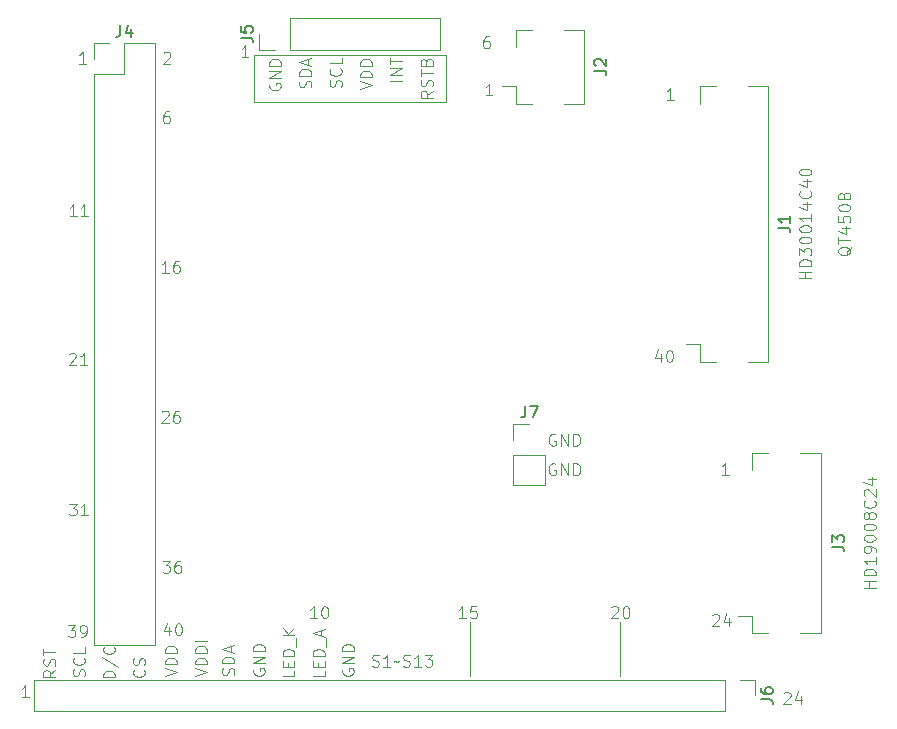
<source format=gbr>
%TF.GenerationSoftware,KiCad,Pcbnew,9.0.0-1.fc41*%
%TF.CreationDate,2025-03-28T10:43:55+08:00*%
%TF.ProjectId,st77xxlcd,73743737-7878-46c6-9364-2e6b69636164,V1.0.0*%
%TF.SameCoordinates,PX413b380PY77f8e40*%
%TF.FileFunction,Legend,Top*%
%TF.FilePolarity,Positive*%
%FSLAX46Y46*%
G04 Gerber Fmt 4.6, Leading zero omitted, Abs format (unit mm)*
G04 Created by KiCad (PCBNEW 9.0.0-1.fc41) date 2025-03-28 10:43:55*
%MOMM*%
%LPD*%
G01*
G04 APERTURE LIST*
%ADD10C,0.100000*%
%ADD11C,0.150000*%
%ADD12C,0.120000*%
G04 APERTURE END LIST*
D10*
X51450000Y3850000D02*
X51450000Y8400000D01*
X50756265Y9632343D02*
X50803884Y9679962D01*
X50803884Y9679962D02*
X50899122Y9727581D01*
X50899122Y9727581D02*
X51137217Y9727581D01*
X51137217Y9727581D02*
X51232455Y9679962D01*
X51232455Y9679962D02*
X51280074Y9632343D01*
X51280074Y9632343D02*
X51327693Y9537105D01*
X51327693Y9537105D02*
X51327693Y9441867D01*
X51327693Y9441867D02*
X51280074Y9299010D01*
X51280074Y9299010D02*
X50708646Y8727581D01*
X50708646Y8727581D02*
X51327693Y8727581D01*
X51946741Y9727581D02*
X52041979Y9727581D01*
X52041979Y9727581D02*
X52137217Y9679962D01*
X52137217Y9679962D02*
X52184836Y9632343D01*
X52184836Y9632343D02*
X52232455Y9537105D01*
X52232455Y9537105D02*
X52280074Y9346629D01*
X52280074Y9346629D02*
X52280074Y9108534D01*
X52280074Y9108534D02*
X52232455Y8918058D01*
X52232455Y8918058D02*
X52184836Y8822820D01*
X52184836Y8822820D02*
X52137217Y8775200D01*
X52137217Y8775200D02*
X52041979Y8727581D01*
X52041979Y8727581D02*
X51946741Y8727581D01*
X51946741Y8727581D02*
X51851503Y8775200D01*
X51851503Y8775200D02*
X51803884Y8822820D01*
X51803884Y8822820D02*
X51756265Y8918058D01*
X51756265Y8918058D02*
X51708646Y9108534D01*
X51708646Y9108534D02*
X51708646Y9346629D01*
X51708646Y9346629D02*
X51756265Y9537105D01*
X51756265Y9537105D02*
X51803884Y9632343D01*
X51803884Y9632343D02*
X51851503Y9679962D01*
X51851503Y9679962D02*
X51946741Y9727581D01*
X38800000Y3850000D02*
X38800000Y8400000D01*
X38427693Y8727581D02*
X37856265Y8727581D01*
X38141979Y8727581D02*
X38141979Y9727581D01*
X38141979Y9727581D02*
X38046741Y9584724D01*
X38046741Y9584724D02*
X37951503Y9489486D01*
X37951503Y9489486D02*
X37856265Y9441867D01*
X39332455Y9727581D02*
X38856265Y9727581D01*
X38856265Y9727581D02*
X38808646Y9251391D01*
X38808646Y9251391D02*
X38856265Y9299010D01*
X38856265Y9299010D02*
X38951503Y9346629D01*
X38951503Y9346629D02*
X39189598Y9346629D01*
X39189598Y9346629D02*
X39284836Y9299010D01*
X39284836Y9299010D02*
X39332455Y9251391D01*
X39332455Y9251391D02*
X39380074Y9156153D01*
X39380074Y9156153D02*
X39380074Y8918058D01*
X39380074Y8918058D02*
X39332455Y8822820D01*
X39332455Y8822820D02*
X39284836Y8775200D01*
X39284836Y8775200D02*
X39189598Y8727581D01*
X39189598Y8727581D02*
X38951503Y8727581D01*
X38951503Y8727581D02*
X38856265Y8775200D01*
X38856265Y8775200D02*
X38808646Y8822820D01*
X25827693Y8727581D02*
X25256265Y8727581D01*
X25541979Y8727581D02*
X25541979Y9727581D01*
X25541979Y9727581D02*
X25446741Y9584724D01*
X25446741Y9584724D02*
X25351503Y9489486D01*
X25351503Y9489486D02*
X25256265Y9441867D01*
X26446741Y9727581D02*
X26541979Y9727581D01*
X26541979Y9727581D02*
X26637217Y9679962D01*
X26637217Y9679962D02*
X26684836Y9632343D01*
X26684836Y9632343D02*
X26732455Y9537105D01*
X26732455Y9537105D02*
X26780074Y9346629D01*
X26780074Y9346629D02*
X26780074Y9108534D01*
X26780074Y9108534D02*
X26732455Y8918058D01*
X26732455Y8918058D02*
X26684836Y8822820D01*
X26684836Y8822820D02*
X26637217Y8775200D01*
X26637217Y8775200D02*
X26541979Y8727581D01*
X26541979Y8727581D02*
X26446741Y8727581D01*
X26446741Y8727581D02*
X26351503Y8775200D01*
X26351503Y8775200D02*
X26303884Y8822820D01*
X26303884Y8822820D02*
X26256265Y8918058D01*
X26256265Y8918058D02*
X26208646Y9108534D01*
X26208646Y9108534D02*
X26208646Y9346629D01*
X26208646Y9346629D02*
X26256265Y9537105D01*
X26256265Y9537105D02*
X26303884Y9632343D01*
X26303884Y9632343D02*
X26351503Y9679962D01*
X26351503Y9679962D02*
X26446741Y9727581D01*
X13282455Y51627581D02*
X13091979Y51627581D01*
X13091979Y51627581D02*
X12996741Y51579962D01*
X12996741Y51579962D02*
X12949122Y51532343D01*
X12949122Y51532343D02*
X12853884Y51389486D01*
X12853884Y51389486D02*
X12806265Y51199010D01*
X12806265Y51199010D02*
X12806265Y50818058D01*
X12806265Y50818058D02*
X12853884Y50722820D01*
X12853884Y50722820D02*
X12901503Y50675200D01*
X12901503Y50675200D02*
X12996741Y50627581D01*
X12996741Y50627581D02*
X13187217Y50627581D01*
X13187217Y50627581D02*
X13282455Y50675200D01*
X13282455Y50675200D02*
X13330074Y50722820D01*
X13330074Y50722820D02*
X13377693Y50818058D01*
X13377693Y50818058D02*
X13377693Y51056153D01*
X13377693Y51056153D02*
X13330074Y51151391D01*
X13330074Y51151391D02*
X13282455Y51199010D01*
X13282455Y51199010D02*
X13187217Y51246629D01*
X13187217Y51246629D02*
X12996741Y51246629D01*
X12996741Y51246629D02*
X12901503Y51199010D01*
X12901503Y51199010D02*
X12853884Y51151391D01*
X12853884Y51151391D02*
X12806265Y51056153D01*
X13277693Y37977581D02*
X12706265Y37977581D01*
X12991979Y37977581D02*
X12991979Y38977581D01*
X12991979Y38977581D02*
X12896741Y38834724D01*
X12896741Y38834724D02*
X12801503Y38739486D01*
X12801503Y38739486D02*
X12706265Y38691867D01*
X14134836Y38977581D02*
X13944360Y38977581D01*
X13944360Y38977581D02*
X13849122Y38929962D01*
X13849122Y38929962D02*
X13801503Y38882343D01*
X13801503Y38882343D02*
X13706265Y38739486D01*
X13706265Y38739486D02*
X13658646Y38549010D01*
X13658646Y38549010D02*
X13658646Y38168058D01*
X13658646Y38168058D02*
X13706265Y38072820D01*
X13706265Y38072820D02*
X13753884Y38025200D01*
X13753884Y38025200D02*
X13849122Y37977581D01*
X13849122Y37977581D02*
X14039598Y37977581D01*
X14039598Y37977581D02*
X14134836Y38025200D01*
X14134836Y38025200D02*
X14182455Y38072820D01*
X14182455Y38072820D02*
X14230074Y38168058D01*
X14230074Y38168058D02*
X14230074Y38406153D01*
X14230074Y38406153D02*
X14182455Y38501391D01*
X14182455Y38501391D02*
X14134836Y38549010D01*
X14134836Y38549010D02*
X14039598Y38596629D01*
X14039598Y38596629D02*
X13849122Y38596629D01*
X13849122Y38596629D02*
X13753884Y38549010D01*
X13753884Y38549010D02*
X13706265Y38501391D01*
X13706265Y38501391D02*
X13658646Y38406153D01*
X12706265Y26182343D02*
X12753884Y26229962D01*
X12753884Y26229962D02*
X12849122Y26277581D01*
X12849122Y26277581D02*
X13087217Y26277581D01*
X13087217Y26277581D02*
X13182455Y26229962D01*
X13182455Y26229962D02*
X13230074Y26182343D01*
X13230074Y26182343D02*
X13277693Y26087105D01*
X13277693Y26087105D02*
X13277693Y25991867D01*
X13277693Y25991867D02*
X13230074Y25849010D01*
X13230074Y25849010D02*
X12658646Y25277581D01*
X12658646Y25277581D02*
X13277693Y25277581D01*
X14134836Y26277581D02*
X13944360Y26277581D01*
X13944360Y26277581D02*
X13849122Y26229962D01*
X13849122Y26229962D02*
X13801503Y26182343D01*
X13801503Y26182343D02*
X13706265Y26039486D01*
X13706265Y26039486D02*
X13658646Y25849010D01*
X13658646Y25849010D02*
X13658646Y25468058D01*
X13658646Y25468058D02*
X13706265Y25372820D01*
X13706265Y25372820D02*
X13753884Y25325200D01*
X13753884Y25325200D02*
X13849122Y25277581D01*
X13849122Y25277581D02*
X14039598Y25277581D01*
X14039598Y25277581D02*
X14134836Y25325200D01*
X14134836Y25325200D02*
X14182455Y25372820D01*
X14182455Y25372820D02*
X14230074Y25468058D01*
X14230074Y25468058D02*
X14230074Y25706153D01*
X14230074Y25706153D02*
X14182455Y25801391D01*
X14182455Y25801391D02*
X14134836Y25849010D01*
X14134836Y25849010D02*
X14039598Y25896629D01*
X14039598Y25896629D02*
X13849122Y25896629D01*
X13849122Y25896629D02*
X13753884Y25849010D01*
X13753884Y25849010D02*
X13706265Y25801391D01*
X13706265Y25801391D02*
X13658646Y25706153D01*
X12758646Y13577581D02*
X13377693Y13577581D01*
X13377693Y13577581D02*
X13044360Y13196629D01*
X13044360Y13196629D02*
X13187217Y13196629D01*
X13187217Y13196629D02*
X13282455Y13149010D01*
X13282455Y13149010D02*
X13330074Y13101391D01*
X13330074Y13101391D02*
X13377693Y13006153D01*
X13377693Y13006153D02*
X13377693Y12768058D01*
X13377693Y12768058D02*
X13330074Y12672820D01*
X13330074Y12672820D02*
X13282455Y12625200D01*
X13282455Y12625200D02*
X13187217Y12577581D01*
X13187217Y12577581D02*
X12901503Y12577581D01*
X12901503Y12577581D02*
X12806265Y12625200D01*
X12806265Y12625200D02*
X12758646Y12672820D01*
X14234836Y13577581D02*
X14044360Y13577581D01*
X14044360Y13577581D02*
X13949122Y13529962D01*
X13949122Y13529962D02*
X13901503Y13482343D01*
X13901503Y13482343D02*
X13806265Y13339486D01*
X13806265Y13339486D02*
X13758646Y13149010D01*
X13758646Y13149010D02*
X13758646Y12768058D01*
X13758646Y12768058D02*
X13806265Y12672820D01*
X13806265Y12672820D02*
X13853884Y12625200D01*
X13853884Y12625200D02*
X13949122Y12577581D01*
X13949122Y12577581D02*
X14139598Y12577581D01*
X14139598Y12577581D02*
X14234836Y12625200D01*
X14234836Y12625200D02*
X14282455Y12672820D01*
X14282455Y12672820D02*
X14330074Y12768058D01*
X14330074Y12768058D02*
X14330074Y13006153D01*
X14330074Y13006153D02*
X14282455Y13101391D01*
X14282455Y13101391D02*
X14234836Y13149010D01*
X14234836Y13149010D02*
X14139598Y13196629D01*
X14139598Y13196629D02*
X13949122Y13196629D01*
X13949122Y13196629D02*
X13853884Y13149010D01*
X13853884Y13149010D02*
X13806265Y13101391D01*
X13806265Y13101391D02*
X13758646Y13006153D01*
X4858646Y18427581D02*
X5477693Y18427581D01*
X5477693Y18427581D02*
X5144360Y18046629D01*
X5144360Y18046629D02*
X5287217Y18046629D01*
X5287217Y18046629D02*
X5382455Y17999010D01*
X5382455Y17999010D02*
X5430074Y17951391D01*
X5430074Y17951391D02*
X5477693Y17856153D01*
X5477693Y17856153D02*
X5477693Y17618058D01*
X5477693Y17618058D02*
X5430074Y17522820D01*
X5430074Y17522820D02*
X5382455Y17475200D01*
X5382455Y17475200D02*
X5287217Y17427581D01*
X5287217Y17427581D02*
X5001503Y17427581D01*
X5001503Y17427581D02*
X4906265Y17475200D01*
X4906265Y17475200D02*
X4858646Y17522820D01*
X6430074Y17427581D02*
X5858646Y17427581D01*
X6144360Y17427581D02*
X6144360Y18427581D01*
X6144360Y18427581D02*
X6049122Y18284724D01*
X6049122Y18284724D02*
X5953884Y18189486D01*
X5953884Y18189486D02*
X5858646Y18141867D01*
X4856265Y31082343D02*
X4903884Y31129962D01*
X4903884Y31129962D02*
X4999122Y31177581D01*
X4999122Y31177581D02*
X5237217Y31177581D01*
X5237217Y31177581D02*
X5332455Y31129962D01*
X5332455Y31129962D02*
X5380074Y31082343D01*
X5380074Y31082343D02*
X5427693Y30987105D01*
X5427693Y30987105D02*
X5427693Y30891867D01*
X5427693Y30891867D02*
X5380074Y30749010D01*
X5380074Y30749010D02*
X4808646Y30177581D01*
X4808646Y30177581D02*
X5427693Y30177581D01*
X6380074Y30177581D02*
X5808646Y30177581D01*
X6094360Y30177581D02*
X6094360Y31177581D01*
X6094360Y31177581D02*
X5999122Y31034724D01*
X5999122Y31034724D02*
X5903884Y30939486D01*
X5903884Y30939486D02*
X5808646Y30891867D01*
X5477693Y42777581D02*
X4906265Y42777581D01*
X5191979Y42777581D02*
X5191979Y43777581D01*
X5191979Y43777581D02*
X5096741Y43634724D01*
X5096741Y43634724D02*
X5001503Y43539486D01*
X5001503Y43539486D02*
X4906265Y43491867D01*
X6430074Y42777581D02*
X5858646Y42777581D01*
X6144360Y42777581D02*
X6144360Y43777581D01*
X6144360Y43777581D02*
X6049122Y43634724D01*
X6049122Y43634724D02*
X5953884Y43539486D01*
X5953884Y43539486D02*
X5858646Y43491867D01*
X46027693Y24279962D02*
X45932455Y24327581D01*
X45932455Y24327581D02*
X45789598Y24327581D01*
X45789598Y24327581D02*
X45646741Y24279962D01*
X45646741Y24279962D02*
X45551503Y24184724D01*
X45551503Y24184724D02*
X45503884Y24089486D01*
X45503884Y24089486D02*
X45456265Y23899010D01*
X45456265Y23899010D02*
X45456265Y23756153D01*
X45456265Y23756153D02*
X45503884Y23565677D01*
X45503884Y23565677D02*
X45551503Y23470439D01*
X45551503Y23470439D02*
X45646741Y23375200D01*
X45646741Y23375200D02*
X45789598Y23327581D01*
X45789598Y23327581D02*
X45884836Y23327581D01*
X45884836Y23327581D02*
X46027693Y23375200D01*
X46027693Y23375200D02*
X46075312Y23422820D01*
X46075312Y23422820D02*
X46075312Y23756153D01*
X46075312Y23756153D02*
X45884836Y23756153D01*
X46503884Y23327581D02*
X46503884Y24327581D01*
X46503884Y24327581D02*
X47075312Y23327581D01*
X47075312Y23327581D02*
X47075312Y24327581D01*
X47551503Y23327581D02*
X47551503Y24327581D01*
X47551503Y24327581D02*
X47789598Y24327581D01*
X47789598Y24327581D02*
X47932455Y24279962D01*
X47932455Y24279962D02*
X48027693Y24184724D01*
X48027693Y24184724D02*
X48075312Y24089486D01*
X48075312Y24089486D02*
X48122931Y23899010D01*
X48122931Y23899010D02*
X48122931Y23756153D01*
X48122931Y23756153D02*
X48075312Y23565677D01*
X48075312Y23565677D02*
X48027693Y23470439D01*
X48027693Y23470439D02*
X47932455Y23375200D01*
X47932455Y23375200D02*
X47789598Y23327581D01*
X47789598Y23327581D02*
X47551503Y23327581D01*
X46027693Y21779962D02*
X45932455Y21827581D01*
X45932455Y21827581D02*
X45789598Y21827581D01*
X45789598Y21827581D02*
X45646741Y21779962D01*
X45646741Y21779962D02*
X45551503Y21684724D01*
X45551503Y21684724D02*
X45503884Y21589486D01*
X45503884Y21589486D02*
X45456265Y21399010D01*
X45456265Y21399010D02*
X45456265Y21256153D01*
X45456265Y21256153D02*
X45503884Y21065677D01*
X45503884Y21065677D02*
X45551503Y20970439D01*
X45551503Y20970439D02*
X45646741Y20875200D01*
X45646741Y20875200D02*
X45789598Y20827581D01*
X45789598Y20827581D02*
X45884836Y20827581D01*
X45884836Y20827581D02*
X46027693Y20875200D01*
X46027693Y20875200D02*
X46075312Y20922820D01*
X46075312Y20922820D02*
X46075312Y21256153D01*
X46075312Y21256153D02*
X45884836Y21256153D01*
X46503884Y20827581D02*
X46503884Y21827581D01*
X46503884Y21827581D02*
X47075312Y20827581D01*
X47075312Y20827581D02*
X47075312Y21827581D01*
X47551503Y20827581D02*
X47551503Y21827581D01*
X47551503Y21827581D02*
X47789598Y21827581D01*
X47789598Y21827581D02*
X47932455Y21779962D01*
X47932455Y21779962D02*
X48027693Y21684724D01*
X48027693Y21684724D02*
X48075312Y21589486D01*
X48075312Y21589486D02*
X48122931Y21399010D01*
X48122931Y21399010D02*
X48122931Y21256153D01*
X48122931Y21256153D02*
X48075312Y21065677D01*
X48075312Y21065677D02*
X48027693Y20970439D01*
X48027693Y20970439D02*
X47932455Y20875200D01*
X47932455Y20875200D02*
X47789598Y20827581D01*
X47789598Y20827581D02*
X47551503Y20827581D01*
X67672419Y37496742D02*
X66672419Y37496742D01*
X67148609Y37496742D02*
X67148609Y38068170D01*
X67672419Y38068170D02*
X66672419Y38068170D01*
X67672419Y38544361D02*
X66672419Y38544361D01*
X66672419Y38544361D02*
X66672419Y38782456D01*
X66672419Y38782456D02*
X66720038Y38925313D01*
X66720038Y38925313D02*
X66815276Y39020551D01*
X66815276Y39020551D02*
X66910514Y39068170D01*
X66910514Y39068170D02*
X67100990Y39115789D01*
X67100990Y39115789D02*
X67243847Y39115789D01*
X67243847Y39115789D02*
X67434323Y39068170D01*
X67434323Y39068170D02*
X67529561Y39020551D01*
X67529561Y39020551D02*
X67624800Y38925313D01*
X67624800Y38925313D02*
X67672419Y38782456D01*
X67672419Y38782456D02*
X67672419Y38544361D01*
X66672419Y39449123D02*
X66672419Y40068170D01*
X66672419Y40068170D02*
X67053371Y39734837D01*
X67053371Y39734837D02*
X67053371Y39877694D01*
X67053371Y39877694D02*
X67100990Y39972932D01*
X67100990Y39972932D02*
X67148609Y40020551D01*
X67148609Y40020551D02*
X67243847Y40068170D01*
X67243847Y40068170D02*
X67481942Y40068170D01*
X67481942Y40068170D02*
X67577180Y40020551D01*
X67577180Y40020551D02*
X67624800Y39972932D01*
X67624800Y39972932D02*
X67672419Y39877694D01*
X67672419Y39877694D02*
X67672419Y39591980D01*
X67672419Y39591980D02*
X67624800Y39496742D01*
X67624800Y39496742D02*
X67577180Y39449123D01*
X66672419Y40687218D02*
X66672419Y40782456D01*
X66672419Y40782456D02*
X66720038Y40877694D01*
X66720038Y40877694D02*
X66767657Y40925313D01*
X66767657Y40925313D02*
X66862895Y40972932D01*
X66862895Y40972932D02*
X67053371Y41020551D01*
X67053371Y41020551D02*
X67291466Y41020551D01*
X67291466Y41020551D02*
X67481942Y40972932D01*
X67481942Y40972932D02*
X67577180Y40925313D01*
X67577180Y40925313D02*
X67624800Y40877694D01*
X67624800Y40877694D02*
X67672419Y40782456D01*
X67672419Y40782456D02*
X67672419Y40687218D01*
X67672419Y40687218D02*
X67624800Y40591980D01*
X67624800Y40591980D02*
X67577180Y40544361D01*
X67577180Y40544361D02*
X67481942Y40496742D01*
X67481942Y40496742D02*
X67291466Y40449123D01*
X67291466Y40449123D02*
X67053371Y40449123D01*
X67053371Y40449123D02*
X66862895Y40496742D01*
X66862895Y40496742D02*
X66767657Y40544361D01*
X66767657Y40544361D02*
X66720038Y40591980D01*
X66720038Y40591980D02*
X66672419Y40687218D01*
X66672419Y41639599D02*
X66672419Y41734837D01*
X66672419Y41734837D02*
X66720038Y41830075D01*
X66720038Y41830075D02*
X66767657Y41877694D01*
X66767657Y41877694D02*
X66862895Y41925313D01*
X66862895Y41925313D02*
X67053371Y41972932D01*
X67053371Y41972932D02*
X67291466Y41972932D01*
X67291466Y41972932D02*
X67481942Y41925313D01*
X67481942Y41925313D02*
X67577180Y41877694D01*
X67577180Y41877694D02*
X67624800Y41830075D01*
X67624800Y41830075D02*
X67672419Y41734837D01*
X67672419Y41734837D02*
X67672419Y41639599D01*
X67672419Y41639599D02*
X67624800Y41544361D01*
X67624800Y41544361D02*
X67577180Y41496742D01*
X67577180Y41496742D02*
X67481942Y41449123D01*
X67481942Y41449123D02*
X67291466Y41401504D01*
X67291466Y41401504D02*
X67053371Y41401504D01*
X67053371Y41401504D02*
X66862895Y41449123D01*
X66862895Y41449123D02*
X66767657Y41496742D01*
X66767657Y41496742D02*
X66720038Y41544361D01*
X66720038Y41544361D02*
X66672419Y41639599D01*
X67672419Y42925313D02*
X67672419Y42353885D01*
X67672419Y42639599D02*
X66672419Y42639599D01*
X66672419Y42639599D02*
X66815276Y42544361D01*
X66815276Y42544361D02*
X66910514Y42449123D01*
X66910514Y42449123D02*
X66958133Y42353885D01*
X67005752Y43782456D02*
X67672419Y43782456D01*
X66624800Y43544361D02*
X67339085Y43306266D01*
X67339085Y43306266D02*
X67339085Y43925313D01*
X67577180Y44877694D02*
X67624800Y44830075D01*
X67624800Y44830075D02*
X67672419Y44687218D01*
X67672419Y44687218D02*
X67672419Y44591980D01*
X67672419Y44591980D02*
X67624800Y44449123D01*
X67624800Y44449123D02*
X67529561Y44353885D01*
X67529561Y44353885D02*
X67434323Y44306266D01*
X67434323Y44306266D02*
X67243847Y44258647D01*
X67243847Y44258647D02*
X67100990Y44258647D01*
X67100990Y44258647D02*
X66910514Y44306266D01*
X66910514Y44306266D02*
X66815276Y44353885D01*
X66815276Y44353885D02*
X66720038Y44449123D01*
X66720038Y44449123D02*
X66672419Y44591980D01*
X66672419Y44591980D02*
X66672419Y44687218D01*
X66672419Y44687218D02*
X66720038Y44830075D01*
X66720038Y44830075D02*
X66767657Y44877694D01*
X67005752Y45734837D02*
X67672419Y45734837D01*
X66624800Y45496742D02*
X67339085Y45258647D01*
X67339085Y45258647D02*
X67339085Y45877694D01*
X66672419Y46449123D02*
X66672419Y46544361D01*
X66672419Y46544361D02*
X66720038Y46639599D01*
X66720038Y46639599D02*
X66767657Y46687218D01*
X66767657Y46687218D02*
X66862895Y46734837D01*
X66862895Y46734837D02*
X67053371Y46782456D01*
X67053371Y46782456D02*
X67291466Y46782456D01*
X67291466Y46782456D02*
X67481942Y46734837D01*
X67481942Y46734837D02*
X67577180Y46687218D01*
X67577180Y46687218D02*
X67624800Y46639599D01*
X67624800Y46639599D02*
X67672419Y46544361D01*
X67672419Y46544361D02*
X67672419Y46449123D01*
X67672419Y46449123D02*
X67624800Y46353885D01*
X67624800Y46353885D02*
X67577180Y46306266D01*
X67577180Y46306266D02*
X67481942Y46258647D01*
X67481942Y46258647D02*
X67291466Y46211028D01*
X67291466Y46211028D02*
X67053371Y46211028D01*
X67053371Y46211028D02*
X66862895Y46258647D01*
X66862895Y46258647D02*
X66767657Y46306266D01*
X66767657Y46306266D02*
X66720038Y46353885D01*
X66720038Y46353885D02*
X66672419Y46449123D01*
X71067657Y40187217D02*
X71020038Y40091979D01*
X71020038Y40091979D02*
X70924800Y39996741D01*
X70924800Y39996741D02*
X70781942Y39853884D01*
X70781942Y39853884D02*
X70734323Y39758646D01*
X70734323Y39758646D02*
X70734323Y39663408D01*
X70972419Y39711027D02*
X70924800Y39615789D01*
X70924800Y39615789D02*
X70829561Y39520551D01*
X70829561Y39520551D02*
X70639085Y39472932D01*
X70639085Y39472932D02*
X70305752Y39472932D01*
X70305752Y39472932D02*
X70115276Y39520551D01*
X70115276Y39520551D02*
X70020038Y39615789D01*
X70020038Y39615789D02*
X69972419Y39711027D01*
X69972419Y39711027D02*
X69972419Y39901503D01*
X69972419Y39901503D02*
X70020038Y39996741D01*
X70020038Y39996741D02*
X70115276Y40091979D01*
X70115276Y40091979D02*
X70305752Y40139598D01*
X70305752Y40139598D02*
X70639085Y40139598D01*
X70639085Y40139598D02*
X70829561Y40091979D01*
X70829561Y40091979D02*
X70924800Y39996741D01*
X70924800Y39996741D02*
X70972419Y39901503D01*
X70972419Y39901503D02*
X70972419Y39711027D01*
X69972419Y40425313D02*
X69972419Y40996741D01*
X70972419Y40711027D02*
X69972419Y40711027D01*
X70305752Y41758646D02*
X70972419Y41758646D01*
X69924800Y41520551D02*
X70639085Y41282456D01*
X70639085Y41282456D02*
X70639085Y41901503D01*
X69972419Y42758646D02*
X69972419Y42282456D01*
X69972419Y42282456D02*
X70448609Y42234837D01*
X70448609Y42234837D02*
X70400990Y42282456D01*
X70400990Y42282456D02*
X70353371Y42377694D01*
X70353371Y42377694D02*
X70353371Y42615789D01*
X70353371Y42615789D02*
X70400990Y42711027D01*
X70400990Y42711027D02*
X70448609Y42758646D01*
X70448609Y42758646D02*
X70543847Y42806265D01*
X70543847Y42806265D02*
X70781942Y42806265D01*
X70781942Y42806265D02*
X70877180Y42758646D01*
X70877180Y42758646D02*
X70924800Y42711027D01*
X70924800Y42711027D02*
X70972419Y42615789D01*
X70972419Y42615789D02*
X70972419Y42377694D01*
X70972419Y42377694D02*
X70924800Y42282456D01*
X70924800Y42282456D02*
X70877180Y42234837D01*
X69972419Y43425313D02*
X69972419Y43520551D01*
X69972419Y43520551D02*
X70020038Y43615789D01*
X70020038Y43615789D02*
X70067657Y43663408D01*
X70067657Y43663408D02*
X70162895Y43711027D01*
X70162895Y43711027D02*
X70353371Y43758646D01*
X70353371Y43758646D02*
X70591466Y43758646D01*
X70591466Y43758646D02*
X70781942Y43711027D01*
X70781942Y43711027D02*
X70877180Y43663408D01*
X70877180Y43663408D02*
X70924800Y43615789D01*
X70924800Y43615789D02*
X70972419Y43520551D01*
X70972419Y43520551D02*
X70972419Y43425313D01*
X70972419Y43425313D02*
X70924800Y43330075D01*
X70924800Y43330075D02*
X70877180Y43282456D01*
X70877180Y43282456D02*
X70781942Y43234837D01*
X70781942Y43234837D02*
X70591466Y43187218D01*
X70591466Y43187218D02*
X70353371Y43187218D01*
X70353371Y43187218D02*
X70162895Y43234837D01*
X70162895Y43234837D02*
X70067657Y43282456D01*
X70067657Y43282456D02*
X70020038Y43330075D01*
X70020038Y43330075D02*
X69972419Y43425313D01*
X70448609Y44520551D02*
X70496228Y44663408D01*
X70496228Y44663408D02*
X70543847Y44711027D01*
X70543847Y44711027D02*
X70639085Y44758646D01*
X70639085Y44758646D02*
X70781942Y44758646D01*
X70781942Y44758646D02*
X70877180Y44711027D01*
X70877180Y44711027D02*
X70924800Y44663408D01*
X70924800Y44663408D02*
X70972419Y44568170D01*
X70972419Y44568170D02*
X70972419Y44187218D01*
X70972419Y44187218D02*
X69972419Y44187218D01*
X69972419Y44187218D02*
X69972419Y44520551D01*
X69972419Y44520551D02*
X70020038Y44615789D01*
X70020038Y44615789D02*
X70067657Y44663408D01*
X70067657Y44663408D02*
X70162895Y44711027D01*
X70162895Y44711027D02*
X70258133Y44711027D01*
X70258133Y44711027D02*
X70353371Y44663408D01*
X70353371Y44663408D02*
X70400990Y44615789D01*
X70400990Y44615789D02*
X70448609Y44520551D01*
X70448609Y44520551D02*
X70448609Y44187218D01*
X30506265Y4675200D02*
X30649122Y4627581D01*
X30649122Y4627581D02*
X30887217Y4627581D01*
X30887217Y4627581D02*
X30982455Y4675200D01*
X30982455Y4675200D02*
X31030074Y4722820D01*
X31030074Y4722820D02*
X31077693Y4818058D01*
X31077693Y4818058D02*
X31077693Y4913296D01*
X31077693Y4913296D02*
X31030074Y5008534D01*
X31030074Y5008534D02*
X30982455Y5056153D01*
X30982455Y5056153D02*
X30887217Y5103772D01*
X30887217Y5103772D02*
X30696741Y5151391D01*
X30696741Y5151391D02*
X30601503Y5199010D01*
X30601503Y5199010D02*
X30553884Y5246629D01*
X30553884Y5246629D02*
X30506265Y5341867D01*
X30506265Y5341867D02*
X30506265Y5437105D01*
X30506265Y5437105D02*
X30553884Y5532343D01*
X30553884Y5532343D02*
X30601503Y5579962D01*
X30601503Y5579962D02*
X30696741Y5627581D01*
X30696741Y5627581D02*
X30934836Y5627581D01*
X30934836Y5627581D02*
X31077693Y5579962D01*
X32030074Y4627581D02*
X31458646Y4627581D01*
X31744360Y4627581D02*
X31744360Y5627581D01*
X31744360Y5627581D02*
X31649122Y5484724D01*
X31649122Y5484724D02*
X31553884Y5389486D01*
X31553884Y5389486D02*
X31458646Y5341867D01*
X32315789Y5008534D02*
X32363408Y5056153D01*
X32363408Y5056153D02*
X32458646Y5103772D01*
X32458646Y5103772D02*
X32649122Y5008534D01*
X32649122Y5008534D02*
X32744360Y5056153D01*
X32744360Y5056153D02*
X32791979Y5103772D01*
X33125313Y4675200D02*
X33268170Y4627581D01*
X33268170Y4627581D02*
X33506265Y4627581D01*
X33506265Y4627581D02*
X33601503Y4675200D01*
X33601503Y4675200D02*
X33649122Y4722820D01*
X33649122Y4722820D02*
X33696741Y4818058D01*
X33696741Y4818058D02*
X33696741Y4913296D01*
X33696741Y4913296D02*
X33649122Y5008534D01*
X33649122Y5008534D02*
X33601503Y5056153D01*
X33601503Y5056153D02*
X33506265Y5103772D01*
X33506265Y5103772D02*
X33315789Y5151391D01*
X33315789Y5151391D02*
X33220551Y5199010D01*
X33220551Y5199010D02*
X33172932Y5246629D01*
X33172932Y5246629D02*
X33125313Y5341867D01*
X33125313Y5341867D02*
X33125313Y5437105D01*
X33125313Y5437105D02*
X33172932Y5532343D01*
X33172932Y5532343D02*
X33220551Y5579962D01*
X33220551Y5579962D02*
X33315789Y5627581D01*
X33315789Y5627581D02*
X33553884Y5627581D01*
X33553884Y5627581D02*
X33696741Y5579962D01*
X34649122Y4627581D02*
X34077694Y4627581D01*
X34363408Y4627581D02*
X34363408Y5627581D01*
X34363408Y5627581D02*
X34268170Y5484724D01*
X34268170Y5484724D02*
X34172932Y5389486D01*
X34172932Y5389486D02*
X34077694Y5341867D01*
X34982456Y5627581D02*
X35601503Y5627581D01*
X35601503Y5627581D02*
X35268170Y5246629D01*
X35268170Y5246629D02*
X35411027Y5246629D01*
X35411027Y5246629D02*
X35506265Y5199010D01*
X35506265Y5199010D02*
X35553884Y5151391D01*
X35553884Y5151391D02*
X35601503Y5056153D01*
X35601503Y5056153D02*
X35601503Y4818058D01*
X35601503Y4818058D02*
X35553884Y4722820D01*
X35553884Y4722820D02*
X35506265Y4675200D01*
X35506265Y4675200D02*
X35411027Y4627581D01*
X35411027Y4627581D02*
X35125313Y4627581D01*
X35125313Y4627581D02*
X35030075Y4675200D01*
X35030075Y4675200D02*
X34982456Y4722820D01*
X28020038Y4427694D02*
X27972419Y4332456D01*
X27972419Y4332456D02*
X27972419Y4189599D01*
X27972419Y4189599D02*
X28020038Y4046742D01*
X28020038Y4046742D02*
X28115276Y3951504D01*
X28115276Y3951504D02*
X28210514Y3903885D01*
X28210514Y3903885D02*
X28400990Y3856266D01*
X28400990Y3856266D02*
X28543847Y3856266D01*
X28543847Y3856266D02*
X28734323Y3903885D01*
X28734323Y3903885D02*
X28829561Y3951504D01*
X28829561Y3951504D02*
X28924800Y4046742D01*
X28924800Y4046742D02*
X28972419Y4189599D01*
X28972419Y4189599D02*
X28972419Y4284837D01*
X28972419Y4284837D02*
X28924800Y4427694D01*
X28924800Y4427694D02*
X28877180Y4475313D01*
X28877180Y4475313D02*
X28543847Y4475313D01*
X28543847Y4475313D02*
X28543847Y4284837D01*
X28972419Y4903885D02*
X27972419Y4903885D01*
X27972419Y4903885D02*
X28972419Y5475313D01*
X28972419Y5475313D02*
X27972419Y5475313D01*
X28972419Y5951504D02*
X27972419Y5951504D01*
X27972419Y5951504D02*
X27972419Y6189599D01*
X27972419Y6189599D02*
X28020038Y6332456D01*
X28020038Y6332456D02*
X28115276Y6427694D01*
X28115276Y6427694D02*
X28210514Y6475313D01*
X28210514Y6475313D02*
X28400990Y6522932D01*
X28400990Y6522932D02*
X28543847Y6522932D01*
X28543847Y6522932D02*
X28734323Y6475313D01*
X28734323Y6475313D02*
X28829561Y6427694D01*
X28829561Y6427694D02*
X28924800Y6332456D01*
X28924800Y6332456D02*
X28972419Y6189599D01*
X28972419Y6189599D02*
X28972419Y5951504D01*
X26472419Y4280075D02*
X26472419Y3803885D01*
X26472419Y3803885D02*
X25472419Y3803885D01*
X25948609Y4613409D02*
X25948609Y4946742D01*
X26472419Y5089599D02*
X26472419Y4613409D01*
X26472419Y4613409D02*
X25472419Y4613409D01*
X25472419Y4613409D02*
X25472419Y5089599D01*
X26472419Y5518171D02*
X25472419Y5518171D01*
X25472419Y5518171D02*
X25472419Y5756266D01*
X25472419Y5756266D02*
X25520038Y5899123D01*
X25520038Y5899123D02*
X25615276Y5994361D01*
X25615276Y5994361D02*
X25710514Y6041980D01*
X25710514Y6041980D02*
X25900990Y6089599D01*
X25900990Y6089599D02*
X26043847Y6089599D01*
X26043847Y6089599D02*
X26234323Y6041980D01*
X26234323Y6041980D02*
X26329561Y5994361D01*
X26329561Y5994361D02*
X26424800Y5899123D01*
X26424800Y5899123D02*
X26472419Y5756266D01*
X26472419Y5756266D02*
X26472419Y5518171D01*
X26567657Y6280075D02*
X26567657Y7041980D01*
X26186704Y7232457D02*
X26186704Y7708647D01*
X26472419Y7137219D02*
X25472419Y7470552D01*
X25472419Y7470552D02*
X26472419Y7803885D01*
X23922419Y4280075D02*
X23922419Y3803885D01*
X23922419Y3803885D02*
X22922419Y3803885D01*
X23398609Y4613409D02*
X23398609Y4946742D01*
X23922419Y5089599D02*
X23922419Y4613409D01*
X23922419Y4613409D02*
X22922419Y4613409D01*
X22922419Y4613409D02*
X22922419Y5089599D01*
X23922419Y5518171D02*
X22922419Y5518171D01*
X22922419Y5518171D02*
X22922419Y5756266D01*
X22922419Y5756266D02*
X22970038Y5899123D01*
X22970038Y5899123D02*
X23065276Y5994361D01*
X23065276Y5994361D02*
X23160514Y6041980D01*
X23160514Y6041980D02*
X23350990Y6089599D01*
X23350990Y6089599D02*
X23493847Y6089599D01*
X23493847Y6089599D02*
X23684323Y6041980D01*
X23684323Y6041980D02*
X23779561Y5994361D01*
X23779561Y5994361D02*
X23874800Y5899123D01*
X23874800Y5899123D02*
X23922419Y5756266D01*
X23922419Y5756266D02*
X23922419Y5518171D01*
X24017657Y6280075D02*
X24017657Y7041980D01*
X23922419Y7280076D02*
X22922419Y7280076D01*
X23922419Y7851504D02*
X23350990Y7422933D01*
X22922419Y7851504D02*
X23493847Y7280076D01*
X20470038Y4427694D02*
X20422419Y4332456D01*
X20422419Y4332456D02*
X20422419Y4189599D01*
X20422419Y4189599D02*
X20470038Y4046742D01*
X20470038Y4046742D02*
X20565276Y3951504D01*
X20565276Y3951504D02*
X20660514Y3903885D01*
X20660514Y3903885D02*
X20850990Y3856266D01*
X20850990Y3856266D02*
X20993847Y3856266D01*
X20993847Y3856266D02*
X21184323Y3903885D01*
X21184323Y3903885D02*
X21279561Y3951504D01*
X21279561Y3951504D02*
X21374800Y4046742D01*
X21374800Y4046742D02*
X21422419Y4189599D01*
X21422419Y4189599D02*
X21422419Y4284837D01*
X21422419Y4284837D02*
X21374800Y4427694D01*
X21374800Y4427694D02*
X21327180Y4475313D01*
X21327180Y4475313D02*
X20993847Y4475313D01*
X20993847Y4475313D02*
X20993847Y4284837D01*
X21422419Y4903885D02*
X20422419Y4903885D01*
X20422419Y4903885D02*
X21422419Y5475313D01*
X21422419Y5475313D02*
X20422419Y5475313D01*
X21422419Y5951504D02*
X20422419Y5951504D01*
X20422419Y5951504D02*
X20422419Y6189599D01*
X20422419Y6189599D02*
X20470038Y6332456D01*
X20470038Y6332456D02*
X20565276Y6427694D01*
X20565276Y6427694D02*
X20660514Y6475313D01*
X20660514Y6475313D02*
X20850990Y6522932D01*
X20850990Y6522932D02*
X20993847Y6522932D01*
X20993847Y6522932D02*
X21184323Y6475313D01*
X21184323Y6475313D02*
X21279561Y6427694D01*
X21279561Y6427694D02*
X21374800Y6332456D01*
X21374800Y6332456D02*
X21422419Y6189599D01*
X21422419Y6189599D02*
X21422419Y5951504D01*
X18774800Y3906266D02*
X18822419Y4049123D01*
X18822419Y4049123D02*
X18822419Y4287218D01*
X18822419Y4287218D02*
X18774800Y4382456D01*
X18774800Y4382456D02*
X18727180Y4430075D01*
X18727180Y4430075D02*
X18631942Y4477694D01*
X18631942Y4477694D02*
X18536704Y4477694D01*
X18536704Y4477694D02*
X18441466Y4430075D01*
X18441466Y4430075D02*
X18393847Y4382456D01*
X18393847Y4382456D02*
X18346228Y4287218D01*
X18346228Y4287218D02*
X18298609Y4096742D01*
X18298609Y4096742D02*
X18250990Y4001504D01*
X18250990Y4001504D02*
X18203371Y3953885D01*
X18203371Y3953885D02*
X18108133Y3906266D01*
X18108133Y3906266D02*
X18012895Y3906266D01*
X18012895Y3906266D02*
X17917657Y3953885D01*
X17917657Y3953885D02*
X17870038Y4001504D01*
X17870038Y4001504D02*
X17822419Y4096742D01*
X17822419Y4096742D02*
X17822419Y4334837D01*
X17822419Y4334837D02*
X17870038Y4477694D01*
X18822419Y4906266D02*
X17822419Y4906266D01*
X17822419Y4906266D02*
X17822419Y5144361D01*
X17822419Y5144361D02*
X17870038Y5287218D01*
X17870038Y5287218D02*
X17965276Y5382456D01*
X17965276Y5382456D02*
X18060514Y5430075D01*
X18060514Y5430075D02*
X18250990Y5477694D01*
X18250990Y5477694D02*
X18393847Y5477694D01*
X18393847Y5477694D02*
X18584323Y5430075D01*
X18584323Y5430075D02*
X18679561Y5382456D01*
X18679561Y5382456D02*
X18774800Y5287218D01*
X18774800Y5287218D02*
X18822419Y5144361D01*
X18822419Y5144361D02*
X18822419Y4906266D01*
X18536704Y5858647D02*
X18536704Y6334837D01*
X18822419Y5763409D02*
X17822419Y6096742D01*
X17822419Y6096742D02*
X18822419Y6430075D01*
X15522419Y3811028D02*
X16522419Y4144361D01*
X16522419Y4144361D02*
X15522419Y4477694D01*
X16522419Y4811028D02*
X15522419Y4811028D01*
X15522419Y4811028D02*
X15522419Y5049123D01*
X15522419Y5049123D02*
X15570038Y5191980D01*
X15570038Y5191980D02*
X15665276Y5287218D01*
X15665276Y5287218D02*
X15760514Y5334837D01*
X15760514Y5334837D02*
X15950990Y5382456D01*
X15950990Y5382456D02*
X16093847Y5382456D01*
X16093847Y5382456D02*
X16284323Y5334837D01*
X16284323Y5334837D02*
X16379561Y5287218D01*
X16379561Y5287218D02*
X16474800Y5191980D01*
X16474800Y5191980D02*
X16522419Y5049123D01*
X16522419Y5049123D02*
X16522419Y4811028D01*
X16522419Y5811028D02*
X15522419Y5811028D01*
X15522419Y5811028D02*
X15522419Y6049123D01*
X15522419Y6049123D02*
X15570038Y6191980D01*
X15570038Y6191980D02*
X15665276Y6287218D01*
X15665276Y6287218D02*
X15760514Y6334837D01*
X15760514Y6334837D02*
X15950990Y6382456D01*
X15950990Y6382456D02*
X16093847Y6382456D01*
X16093847Y6382456D02*
X16284323Y6334837D01*
X16284323Y6334837D02*
X16379561Y6287218D01*
X16379561Y6287218D02*
X16474800Y6191980D01*
X16474800Y6191980D02*
X16522419Y6049123D01*
X16522419Y6049123D02*
X16522419Y5811028D01*
X16522419Y6811028D02*
X15522419Y6811028D01*
X12972419Y3811028D02*
X13972419Y4144361D01*
X13972419Y4144361D02*
X12972419Y4477694D01*
X13972419Y4811028D02*
X12972419Y4811028D01*
X12972419Y4811028D02*
X12972419Y5049123D01*
X12972419Y5049123D02*
X13020038Y5191980D01*
X13020038Y5191980D02*
X13115276Y5287218D01*
X13115276Y5287218D02*
X13210514Y5334837D01*
X13210514Y5334837D02*
X13400990Y5382456D01*
X13400990Y5382456D02*
X13543847Y5382456D01*
X13543847Y5382456D02*
X13734323Y5334837D01*
X13734323Y5334837D02*
X13829561Y5287218D01*
X13829561Y5287218D02*
X13924800Y5191980D01*
X13924800Y5191980D02*
X13972419Y5049123D01*
X13972419Y5049123D02*
X13972419Y4811028D01*
X13972419Y5811028D02*
X12972419Y5811028D01*
X12972419Y5811028D02*
X12972419Y6049123D01*
X12972419Y6049123D02*
X13020038Y6191980D01*
X13020038Y6191980D02*
X13115276Y6287218D01*
X13115276Y6287218D02*
X13210514Y6334837D01*
X13210514Y6334837D02*
X13400990Y6382456D01*
X13400990Y6382456D02*
X13543847Y6382456D01*
X13543847Y6382456D02*
X13734323Y6334837D01*
X13734323Y6334837D02*
X13829561Y6287218D01*
X13829561Y6287218D02*
X13924800Y6191980D01*
X13924800Y6191980D02*
X13972419Y6049123D01*
X13972419Y6049123D02*
X13972419Y5811028D01*
X11177180Y4375313D02*
X11224800Y4327694D01*
X11224800Y4327694D02*
X11272419Y4184837D01*
X11272419Y4184837D02*
X11272419Y4089599D01*
X11272419Y4089599D02*
X11224800Y3946742D01*
X11224800Y3946742D02*
X11129561Y3851504D01*
X11129561Y3851504D02*
X11034323Y3803885D01*
X11034323Y3803885D02*
X10843847Y3756266D01*
X10843847Y3756266D02*
X10700990Y3756266D01*
X10700990Y3756266D02*
X10510514Y3803885D01*
X10510514Y3803885D02*
X10415276Y3851504D01*
X10415276Y3851504D02*
X10320038Y3946742D01*
X10320038Y3946742D02*
X10272419Y4089599D01*
X10272419Y4089599D02*
X10272419Y4184837D01*
X10272419Y4184837D02*
X10320038Y4327694D01*
X10320038Y4327694D02*
X10367657Y4375313D01*
X11224800Y4756266D02*
X11272419Y4899123D01*
X11272419Y4899123D02*
X11272419Y5137218D01*
X11272419Y5137218D02*
X11224800Y5232456D01*
X11224800Y5232456D02*
X11177180Y5280075D01*
X11177180Y5280075D02*
X11081942Y5327694D01*
X11081942Y5327694D02*
X10986704Y5327694D01*
X10986704Y5327694D02*
X10891466Y5280075D01*
X10891466Y5280075D02*
X10843847Y5232456D01*
X10843847Y5232456D02*
X10796228Y5137218D01*
X10796228Y5137218D02*
X10748609Y4946742D01*
X10748609Y4946742D02*
X10700990Y4851504D01*
X10700990Y4851504D02*
X10653371Y4803885D01*
X10653371Y4803885D02*
X10558133Y4756266D01*
X10558133Y4756266D02*
X10462895Y4756266D01*
X10462895Y4756266D02*
X10367657Y4803885D01*
X10367657Y4803885D02*
X10320038Y4851504D01*
X10320038Y4851504D02*
X10272419Y4946742D01*
X10272419Y4946742D02*
X10272419Y5184837D01*
X10272419Y5184837D02*
X10320038Y5327694D01*
X8722419Y3703885D02*
X7722419Y3703885D01*
X7722419Y3703885D02*
X7722419Y3941980D01*
X7722419Y3941980D02*
X7770038Y4084837D01*
X7770038Y4084837D02*
X7865276Y4180075D01*
X7865276Y4180075D02*
X7960514Y4227694D01*
X7960514Y4227694D02*
X8150990Y4275313D01*
X8150990Y4275313D02*
X8293847Y4275313D01*
X8293847Y4275313D02*
X8484323Y4227694D01*
X8484323Y4227694D02*
X8579561Y4180075D01*
X8579561Y4180075D02*
X8674800Y4084837D01*
X8674800Y4084837D02*
X8722419Y3941980D01*
X8722419Y3941980D02*
X8722419Y3703885D01*
X7674800Y5418170D02*
X8960514Y4561028D01*
X8627180Y6322932D02*
X8674800Y6275313D01*
X8674800Y6275313D02*
X8722419Y6132456D01*
X8722419Y6132456D02*
X8722419Y6037218D01*
X8722419Y6037218D02*
X8674800Y5894361D01*
X8674800Y5894361D02*
X8579561Y5799123D01*
X8579561Y5799123D02*
X8484323Y5751504D01*
X8484323Y5751504D02*
X8293847Y5703885D01*
X8293847Y5703885D02*
X8150990Y5703885D01*
X8150990Y5703885D02*
X7960514Y5751504D01*
X7960514Y5751504D02*
X7865276Y5799123D01*
X7865276Y5799123D02*
X7770038Y5894361D01*
X7770038Y5894361D02*
X7722419Y6037218D01*
X7722419Y6037218D02*
X7722419Y6132456D01*
X7722419Y6132456D02*
X7770038Y6275313D01*
X7770038Y6275313D02*
X7817657Y6322932D01*
X6124800Y3806266D02*
X6172419Y3949123D01*
X6172419Y3949123D02*
X6172419Y4187218D01*
X6172419Y4187218D02*
X6124800Y4282456D01*
X6124800Y4282456D02*
X6077180Y4330075D01*
X6077180Y4330075D02*
X5981942Y4377694D01*
X5981942Y4377694D02*
X5886704Y4377694D01*
X5886704Y4377694D02*
X5791466Y4330075D01*
X5791466Y4330075D02*
X5743847Y4282456D01*
X5743847Y4282456D02*
X5696228Y4187218D01*
X5696228Y4187218D02*
X5648609Y3996742D01*
X5648609Y3996742D02*
X5600990Y3901504D01*
X5600990Y3901504D02*
X5553371Y3853885D01*
X5553371Y3853885D02*
X5458133Y3806266D01*
X5458133Y3806266D02*
X5362895Y3806266D01*
X5362895Y3806266D02*
X5267657Y3853885D01*
X5267657Y3853885D02*
X5220038Y3901504D01*
X5220038Y3901504D02*
X5172419Y3996742D01*
X5172419Y3996742D02*
X5172419Y4234837D01*
X5172419Y4234837D02*
X5220038Y4377694D01*
X6077180Y5377694D02*
X6124800Y5330075D01*
X6124800Y5330075D02*
X6172419Y5187218D01*
X6172419Y5187218D02*
X6172419Y5091980D01*
X6172419Y5091980D02*
X6124800Y4949123D01*
X6124800Y4949123D02*
X6029561Y4853885D01*
X6029561Y4853885D02*
X5934323Y4806266D01*
X5934323Y4806266D02*
X5743847Y4758647D01*
X5743847Y4758647D02*
X5600990Y4758647D01*
X5600990Y4758647D02*
X5410514Y4806266D01*
X5410514Y4806266D02*
X5315276Y4853885D01*
X5315276Y4853885D02*
X5220038Y4949123D01*
X5220038Y4949123D02*
X5172419Y5091980D01*
X5172419Y5091980D02*
X5172419Y5187218D01*
X5172419Y5187218D02*
X5220038Y5330075D01*
X5220038Y5330075D02*
X5267657Y5377694D01*
X6172419Y6282456D02*
X6172419Y5806266D01*
X6172419Y5806266D02*
X5172419Y5806266D01*
X3672419Y4325313D02*
X3196228Y3991980D01*
X3672419Y3753885D02*
X2672419Y3753885D01*
X2672419Y3753885D02*
X2672419Y4134837D01*
X2672419Y4134837D02*
X2720038Y4230075D01*
X2720038Y4230075D02*
X2767657Y4277694D01*
X2767657Y4277694D02*
X2862895Y4325313D01*
X2862895Y4325313D02*
X3005752Y4325313D01*
X3005752Y4325313D02*
X3100990Y4277694D01*
X3100990Y4277694D02*
X3148609Y4230075D01*
X3148609Y4230075D02*
X3196228Y4134837D01*
X3196228Y4134837D02*
X3196228Y3753885D01*
X3624800Y4706266D02*
X3672419Y4849123D01*
X3672419Y4849123D02*
X3672419Y5087218D01*
X3672419Y5087218D02*
X3624800Y5182456D01*
X3624800Y5182456D02*
X3577180Y5230075D01*
X3577180Y5230075D02*
X3481942Y5277694D01*
X3481942Y5277694D02*
X3386704Y5277694D01*
X3386704Y5277694D02*
X3291466Y5230075D01*
X3291466Y5230075D02*
X3243847Y5182456D01*
X3243847Y5182456D02*
X3196228Y5087218D01*
X3196228Y5087218D02*
X3148609Y4896742D01*
X3148609Y4896742D02*
X3100990Y4801504D01*
X3100990Y4801504D02*
X3053371Y4753885D01*
X3053371Y4753885D02*
X2958133Y4706266D01*
X2958133Y4706266D02*
X2862895Y4706266D01*
X2862895Y4706266D02*
X2767657Y4753885D01*
X2767657Y4753885D02*
X2720038Y4801504D01*
X2720038Y4801504D02*
X2672419Y4896742D01*
X2672419Y4896742D02*
X2672419Y5134837D01*
X2672419Y5134837D02*
X2720038Y5277694D01*
X2672419Y5563409D02*
X2672419Y6134837D01*
X3672419Y5849123D02*
X2672419Y5849123D01*
X20027693Y56227581D02*
X19456265Y56227581D01*
X19741979Y56227581D02*
X19741979Y57227581D01*
X19741979Y57227581D02*
X19646741Y57084724D01*
X19646741Y57084724D02*
X19551503Y56989486D01*
X19551503Y56989486D02*
X19456265Y56941867D01*
X20500000Y56400000D02*
X36750000Y56400000D01*
X36750000Y52450000D01*
X20500000Y52450000D01*
X20500000Y56400000D01*
X13332455Y7944248D02*
X13332455Y7277581D01*
X13094360Y8325200D02*
X12856265Y7610915D01*
X12856265Y7610915D02*
X13475312Y7610915D01*
X14046741Y8277581D02*
X14141979Y8277581D01*
X14141979Y8277581D02*
X14237217Y8229962D01*
X14237217Y8229962D02*
X14284836Y8182343D01*
X14284836Y8182343D02*
X14332455Y8087105D01*
X14332455Y8087105D02*
X14380074Y7896629D01*
X14380074Y7896629D02*
X14380074Y7658534D01*
X14380074Y7658534D02*
X14332455Y7468058D01*
X14332455Y7468058D02*
X14284836Y7372820D01*
X14284836Y7372820D02*
X14237217Y7325200D01*
X14237217Y7325200D02*
X14141979Y7277581D01*
X14141979Y7277581D02*
X14046741Y7277581D01*
X14046741Y7277581D02*
X13951503Y7325200D01*
X13951503Y7325200D02*
X13903884Y7372820D01*
X13903884Y7372820D02*
X13856265Y7468058D01*
X13856265Y7468058D02*
X13808646Y7658534D01*
X13808646Y7658534D02*
X13808646Y7896629D01*
X13808646Y7896629D02*
X13856265Y8087105D01*
X13856265Y8087105D02*
X13903884Y8182343D01*
X13903884Y8182343D02*
X13951503Y8229962D01*
X13951503Y8229962D02*
X14046741Y8277581D01*
X73122419Y11303885D02*
X72122419Y11303885D01*
X72598609Y11303885D02*
X72598609Y11875313D01*
X73122419Y11875313D02*
X72122419Y11875313D01*
X73122419Y12351504D02*
X72122419Y12351504D01*
X72122419Y12351504D02*
X72122419Y12589599D01*
X72122419Y12589599D02*
X72170038Y12732456D01*
X72170038Y12732456D02*
X72265276Y12827694D01*
X72265276Y12827694D02*
X72360514Y12875313D01*
X72360514Y12875313D02*
X72550990Y12922932D01*
X72550990Y12922932D02*
X72693847Y12922932D01*
X72693847Y12922932D02*
X72884323Y12875313D01*
X72884323Y12875313D02*
X72979561Y12827694D01*
X72979561Y12827694D02*
X73074800Y12732456D01*
X73074800Y12732456D02*
X73122419Y12589599D01*
X73122419Y12589599D02*
X73122419Y12351504D01*
X73122419Y13875313D02*
X73122419Y13303885D01*
X73122419Y13589599D02*
X72122419Y13589599D01*
X72122419Y13589599D02*
X72265276Y13494361D01*
X72265276Y13494361D02*
X72360514Y13399123D01*
X72360514Y13399123D02*
X72408133Y13303885D01*
X73122419Y14351504D02*
X73122419Y14541980D01*
X73122419Y14541980D02*
X73074800Y14637218D01*
X73074800Y14637218D02*
X73027180Y14684837D01*
X73027180Y14684837D02*
X72884323Y14780075D01*
X72884323Y14780075D02*
X72693847Y14827694D01*
X72693847Y14827694D02*
X72312895Y14827694D01*
X72312895Y14827694D02*
X72217657Y14780075D01*
X72217657Y14780075D02*
X72170038Y14732456D01*
X72170038Y14732456D02*
X72122419Y14637218D01*
X72122419Y14637218D02*
X72122419Y14446742D01*
X72122419Y14446742D02*
X72170038Y14351504D01*
X72170038Y14351504D02*
X72217657Y14303885D01*
X72217657Y14303885D02*
X72312895Y14256266D01*
X72312895Y14256266D02*
X72550990Y14256266D01*
X72550990Y14256266D02*
X72646228Y14303885D01*
X72646228Y14303885D02*
X72693847Y14351504D01*
X72693847Y14351504D02*
X72741466Y14446742D01*
X72741466Y14446742D02*
X72741466Y14637218D01*
X72741466Y14637218D02*
X72693847Y14732456D01*
X72693847Y14732456D02*
X72646228Y14780075D01*
X72646228Y14780075D02*
X72550990Y14827694D01*
X72122419Y15446742D02*
X72122419Y15541980D01*
X72122419Y15541980D02*
X72170038Y15637218D01*
X72170038Y15637218D02*
X72217657Y15684837D01*
X72217657Y15684837D02*
X72312895Y15732456D01*
X72312895Y15732456D02*
X72503371Y15780075D01*
X72503371Y15780075D02*
X72741466Y15780075D01*
X72741466Y15780075D02*
X72931942Y15732456D01*
X72931942Y15732456D02*
X73027180Y15684837D01*
X73027180Y15684837D02*
X73074800Y15637218D01*
X73074800Y15637218D02*
X73122419Y15541980D01*
X73122419Y15541980D02*
X73122419Y15446742D01*
X73122419Y15446742D02*
X73074800Y15351504D01*
X73074800Y15351504D02*
X73027180Y15303885D01*
X73027180Y15303885D02*
X72931942Y15256266D01*
X72931942Y15256266D02*
X72741466Y15208647D01*
X72741466Y15208647D02*
X72503371Y15208647D01*
X72503371Y15208647D02*
X72312895Y15256266D01*
X72312895Y15256266D02*
X72217657Y15303885D01*
X72217657Y15303885D02*
X72170038Y15351504D01*
X72170038Y15351504D02*
X72122419Y15446742D01*
X72122419Y16399123D02*
X72122419Y16494361D01*
X72122419Y16494361D02*
X72170038Y16589599D01*
X72170038Y16589599D02*
X72217657Y16637218D01*
X72217657Y16637218D02*
X72312895Y16684837D01*
X72312895Y16684837D02*
X72503371Y16732456D01*
X72503371Y16732456D02*
X72741466Y16732456D01*
X72741466Y16732456D02*
X72931942Y16684837D01*
X72931942Y16684837D02*
X73027180Y16637218D01*
X73027180Y16637218D02*
X73074800Y16589599D01*
X73074800Y16589599D02*
X73122419Y16494361D01*
X73122419Y16494361D02*
X73122419Y16399123D01*
X73122419Y16399123D02*
X73074800Y16303885D01*
X73074800Y16303885D02*
X73027180Y16256266D01*
X73027180Y16256266D02*
X72931942Y16208647D01*
X72931942Y16208647D02*
X72741466Y16161028D01*
X72741466Y16161028D02*
X72503371Y16161028D01*
X72503371Y16161028D02*
X72312895Y16208647D01*
X72312895Y16208647D02*
X72217657Y16256266D01*
X72217657Y16256266D02*
X72170038Y16303885D01*
X72170038Y16303885D02*
X72122419Y16399123D01*
X72550990Y17303885D02*
X72503371Y17208647D01*
X72503371Y17208647D02*
X72455752Y17161028D01*
X72455752Y17161028D02*
X72360514Y17113409D01*
X72360514Y17113409D02*
X72312895Y17113409D01*
X72312895Y17113409D02*
X72217657Y17161028D01*
X72217657Y17161028D02*
X72170038Y17208647D01*
X72170038Y17208647D02*
X72122419Y17303885D01*
X72122419Y17303885D02*
X72122419Y17494361D01*
X72122419Y17494361D02*
X72170038Y17589599D01*
X72170038Y17589599D02*
X72217657Y17637218D01*
X72217657Y17637218D02*
X72312895Y17684837D01*
X72312895Y17684837D02*
X72360514Y17684837D01*
X72360514Y17684837D02*
X72455752Y17637218D01*
X72455752Y17637218D02*
X72503371Y17589599D01*
X72503371Y17589599D02*
X72550990Y17494361D01*
X72550990Y17494361D02*
X72550990Y17303885D01*
X72550990Y17303885D02*
X72598609Y17208647D01*
X72598609Y17208647D02*
X72646228Y17161028D01*
X72646228Y17161028D02*
X72741466Y17113409D01*
X72741466Y17113409D02*
X72931942Y17113409D01*
X72931942Y17113409D02*
X73027180Y17161028D01*
X73027180Y17161028D02*
X73074800Y17208647D01*
X73074800Y17208647D02*
X73122419Y17303885D01*
X73122419Y17303885D02*
X73122419Y17494361D01*
X73122419Y17494361D02*
X73074800Y17589599D01*
X73074800Y17589599D02*
X73027180Y17637218D01*
X73027180Y17637218D02*
X72931942Y17684837D01*
X72931942Y17684837D02*
X72741466Y17684837D01*
X72741466Y17684837D02*
X72646228Y17637218D01*
X72646228Y17637218D02*
X72598609Y17589599D01*
X72598609Y17589599D02*
X72550990Y17494361D01*
X73027180Y18684837D02*
X73074800Y18637218D01*
X73074800Y18637218D02*
X73122419Y18494361D01*
X73122419Y18494361D02*
X73122419Y18399123D01*
X73122419Y18399123D02*
X73074800Y18256266D01*
X73074800Y18256266D02*
X72979561Y18161028D01*
X72979561Y18161028D02*
X72884323Y18113409D01*
X72884323Y18113409D02*
X72693847Y18065790D01*
X72693847Y18065790D02*
X72550990Y18065790D01*
X72550990Y18065790D02*
X72360514Y18113409D01*
X72360514Y18113409D02*
X72265276Y18161028D01*
X72265276Y18161028D02*
X72170038Y18256266D01*
X72170038Y18256266D02*
X72122419Y18399123D01*
X72122419Y18399123D02*
X72122419Y18494361D01*
X72122419Y18494361D02*
X72170038Y18637218D01*
X72170038Y18637218D02*
X72217657Y18684837D01*
X72217657Y19065790D02*
X72170038Y19113409D01*
X72170038Y19113409D02*
X72122419Y19208647D01*
X72122419Y19208647D02*
X72122419Y19446742D01*
X72122419Y19446742D02*
X72170038Y19541980D01*
X72170038Y19541980D02*
X72217657Y19589599D01*
X72217657Y19589599D02*
X72312895Y19637218D01*
X72312895Y19637218D02*
X72408133Y19637218D01*
X72408133Y19637218D02*
X72550990Y19589599D01*
X72550990Y19589599D02*
X73122419Y19018171D01*
X73122419Y19018171D02*
X73122419Y19637218D01*
X72455752Y20494361D02*
X73122419Y20494361D01*
X72074800Y20256266D02*
X72789085Y20018171D01*
X72789085Y20018171D02*
X72789085Y20637218D01*
X40677693Y52977581D02*
X40106265Y52977581D01*
X40391979Y52977581D02*
X40391979Y53977581D01*
X40391979Y53977581D02*
X40296741Y53834724D01*
X40296741Y53834724D02*
X40201503Y53739486D01*
X40201503Y53739486D02*
X40106265Y53691867D01*
X33052419Y54230076D02*
X32052419Y54230076D01*
X33052419Y54706266D02*
X32052419Y54706266D01*
X32052419Y54706266D02*
X33052419Y55277694D01*
X33052419Y55277694D02*
X32052419Y55277694D01*
X32052419Y55611028D02*
X32052419Y56182456D01*
X33052419Y55896742D02*
X32052419Y55896742D01*
X54932455Y31094248D02*
X54932455Y30427581D01*
X54694360Y31475200D02*
X54456265Y30760915D01*
X54456265Y30760915D02*
X55075312Y30760915D01*
X55646741Y31427581D02*
X55741979Y31427581D01*
X55741979Y31427581D02*
X55837217Y31379962D01*
X55837217Y31379962D02*
X55884836Y31332343D01*
X55884836Y31332343D02*
X55932455Y31237105D01*
X55932455Y31237105D02*
X55980074Y31046629D01*
X55980074Y31046629D02*
X55980074Y30808534D01*
X55980074Y30808534D02*
X55932455Y30618058D01*
X55932455Y30618058D02*
X55884836Y30522820D01*
X55884836Y30522820D02*
X55837217Y30475200D01*
X55837217Y30475200D02*
X55741979Y30427581D01*
X55741979Y30427581D02*
X55646741Y30427581D01*
X55646741Y30427581D02*
X55551503Y30475200D01*
X55551503Y30475200D02*
X55503884Y30522820D01*
X55503884Y30522820D02*
X55456265Y30618058D01*
X55456265Y30618058D02*
X55408646Y30808534D01*
X55408646Y30808534D02*
X55408646Y31046629D01*
X55408646Y31046629D02*
X55456265Y31237105D01*
X55456265Y31237105D02*
X55503884Y31332343D01*
X55503884Y31332343D02*
X55551503Y31379962D01*
X55551503Y31379962D02*
X55646741Y31427581D01*
X56027693Y52627581D02*
X55456265Y52627581D01*
X55741979Y52627581D02*
X55741979Y53627581D01*
X55741979Y53627581D02*
X55646741Y53484724D01*
X55646741Y53484724D02*
X55551503Y53389486D01*
X55551503Y53389486D02*
X55456265Y53341867D01*
X1427693Y2027581D02*
X856265Y2027581D01*
X1141979Y2027581D02*
X1141979Y3027581D01*
X1141979Y3027581D02*
X1046741Y2884724D01*
X1046741Y2884724D02*
X951503Y2789486D01*
X951503Y2789486D02*
X856265Y2741867D01*
X21820038Y53991980D02*
X21772419Y53896742D01*
X21772419Y53896742D02*
X21772419Y53753885D01*
X21772419Y53753885D02*
X21820038Y53611028D01*
X21820038Y53611028D02*
X21915276Y53515790D01*
X21915276Y53515790D02*
X22010514Y53468171D01*
X22010514Y53468171D02*
X22200990Y53420552D01*
X22200990Y53420552D02*
X22343847Y53420552D01*
X22343847Y53420552D02*
X22534323Y53468171D01*
X22534323Y53468171D02*
X22629561Y53515790D01*
X22629561Y53515790D02*
X22724800Y53611028D01*
X22724800Y53611028D02*
X22772419Y53753885D01*
X22772419Y53753885D02*
X22772419Y53849123D01*
X22772419Y53849123D02*
X22724800Y53991980D01*
X22724800Y53991980D02*
X22677180Y54039599D01*
X22677180Y54039599D02*
X22343847Y54039599D01*
X22343847Y54039599D02*
X22343847Y53849123D01*
X22772419Y54468171D02*
X21772419Y54468171D01*
X21772419Y54468171D02*
X22772419Y55039599D01*
X22772419Y55039599D02*
X21772419Y55039599D01*
X22772419Y55515790D02*
X21772419Y55515790D01*
X21772419Y55515790D02*
X21772419Y55753885D01*
X21772419Y55753885D02*
X21820038Y55896742D01*
X21820038Y55896742D02*
X21915276Y55991980D01*
X21915276Y55991980D02*
X22010514Y56039599D01*
X22010514Y56039599D02*
X22200990Y56087218D01*
X22200990Y56087218D02*
X22343847Y56087218D01*
X22343847Y56087218D02*
X22534323Y56039599D01*
X22534323Y56039599D02*
X22629561Y55991980D01*
X22629561Y55991980D02*
X22724800Y55896742D01*
X22724800Y55896742D02*
X22772419Y55753885D01*
X22772419Y55753885D02*
X22772419Y55515790D01*
X35622419Y53372932D02*
X35146228Y53039599D01*
X35622419Y52801504D02*
X34622419Y52801504D01*
X34622419Y52801504D02*
X34622419Y53182456D01*
X34622419Y53182456D02*
X34670038Y53277694D01*
X34670038Y53277694D02*
X34717657Y53325313D01*
X34717657Y53325313D02*
X34812895Y53372932D01*
X34812895Y53372932D02*
X34955752Y53372932D01*
X34955752Y53372932D02*
X35050990Y53325313D01*
X35050990Y53325313D02*
X35098609Y53277694D01*
X35098609Y53277694D02*
X35146228Y53182456D01*
X35146228Y53182456D02*
X35146228Y52801504D01*
X35574800Y53753885D02*
X35622419Y53896742D01*
X35622419Y53896742D02*
X35622419Y54134837D01*
X35622419Y54134837D02*
X35574800Y54230075D01*
X35574800Y54230075D02*
X35527180Y54277694D01*
X35527180Y54277694D02*
X35431942Y54325313D01*
X35431942Y54325313D02*
X35336704Y54325313D01*
X35336704Y54325313D02*
X35241466Y54277694D01*
X35241466Y54277694D02*
X35193847Y54230075D01*
X35193847Y54230075D02*
X35146228Y54134837D01*
X35146228Y54134837D02*
X35098609Y53944361D01*
X35098609Y53944361D02*
X35050990Y53849123D01*
X35050990Y53849123D02*
X35003371Y53801504D01*
X35003371Y53801504D02*
X34908133Y53753885D01*
X34908133Y53753885D02*
X34812895Y53753885D01*
X34812895Y53753885D02*
X34717657Y53801504D01*
X34717657Y53801504D02*
X34670038Y53849123D01*
X34670038Y53849123D02*
X34622419Y53944361D01*
X34622419Y53944361D02*
X34622419Y54182456D01*
X34622419Y54182456D02*
X34670038Y54325313D01*
X34622419Y54611028D02*
X34622419Y55182456D01*
X35622419Y54896742D02*
X34622419Y54896742D01*
X35098609Y55849123D02*
X35146228Y55991980D01*
X35146228Y55991980D02*
X35193847Y56039599D01*
X35193847Y56039599D02*
X35289085Y56087218D01*
X35289085Y56087218D02*
X35431942Y56087218D01*
X35431942Y56087218D02*
X35527180Y56039599D01*
X35527180Y56039599D02*
X35574800Y55991980D01*
X35574800Y55991980D02*
X35622419Y55896742D01*
X35622419Y55896742D02*
X35622419Y55515790D01*
X35622419Y55515790D02*
X34622419Y55515790D01*
X34622419Y55515790D02*
X34622419Y55849123D01*
X34622419Y55849123D02*
X34670038Y55944361D01*
X34670038Y55944361D02*
X34717657Y55991980D01*
X34717657Y55991980D02*
X34812895Y56039599D01*
X34812895Y56039599D02*
X34908133Y56039599D01*
X34908133Y56039599D02*
X35003371Y55991980D01*
X35003371Y55991980D02*
X35050990Y55944361D01*
X35050990Y55944361D02*
X35098609Y55849123D01*
X35098609Y55849123D02*
X35098609Y55515790D01*
X65356265Y2382343D02*
X65403884Y2429962D01*
X65403884Y2429962D02*
X65499122Y2477581D01*
X65499122Y2477581D02*
X65737217Y2477581D01*
X65737217Y2477581D02*
X65832455Y2429962D01*
X65832455Y2429962D02*
X65880074Y2382343D01*
X65880074Y2382343D02*
X65927693Y2287105D01*
X65927693Y2287105D02*
X65927693Y2191867D01*
X65927693Y2191867D02*
X65880074Y2049010D01*
X65880074Y2049010D02*
X65308646Y1477581D01*
X65308646Y1477581D02*
X65927693Y1477581D01*
X66784836Y2144248D02*
X66784836Y1477581D01*
X66546741Y2525200D02*
X66308646Y1810915D01*
X66308646Y1810915D02*
X66927693Y1810915D01*
X6277693Y55677581D02*
X5706265Y55677581D01*
X5991979Y55677581D02*
X5991979Y56677581D01*
X5991979Y56677581D02*
X5896741Y56534724D01*
X5896741Y56534724D02*
X5801503Y56439486D01*
X5801503Y56439486D02*
X5706265Y56391867D01*
X60677693Y20877581D02*
X60106265Y20877581D01*
X60391979Y20877581D02*
X60391979Y21877581D01*
X60391979Y21877581D02*
X60296741Y21734724D01*
X60296741Y21734724D02*
X60201503Y21639486D01*
X60201503Y21639486D02*
X60106265Y21591867D01*
X29482419Y53515790D02*
X30482419Y53849123D01*
X30482419Y53849123D02*
X29482419Y54182456D01*
X30482419Y54515790D02*
X29482419Y54515790D01*
X29482419Y54515790D02*
X29482419Y54753885D01*
X29482419Y54753885D02*
X29530038Y54896742D01*
X29530038Y54896742D02*
X29625276Y54991980D01*
X29625276Y54991980D02*
X29720514Y55039599D01*
X29720514Y55039599D02*
X29910990Y55087218D01*
X29910990Y55087218D02*
X30053847Y55087218D01*
X30053847Y55087218D02*
X30244323Y55039599D01*
X30244323Y55039599D02*
X30339561Y54991980D01*
X30339561Y54991980D02*
X30434800Y54896742D01*
X30434800Y54896742D02*
X30482419Y54753885D01*
X30482419Y54753885D02*
X30482419Y54515790D01*
X30482419Y55515790D02*
X29482419Y55515790D01*
X29482419Y55515790D02*
X29482419Y55753885D01*
X29482419Y55753885D02*
X29530038Y55896742D01*
X29530038Y55896742D02*
X29625276Y55991980D01*
X29625276Y55991980D02*
X29720514Y56039599D01*
X29720514Y56039599D02*
X29910990Y56087218D01*
X29910990Y56087218D02*
X30053847Y56087218D01*
X30053847Y56087218D02*
X30244323Y56039599D01*
X30244323Y56039599D02*
X30339561Y55991980D01*
X30339561Y55991980D02*
X30434800Y55896742D01*
X30434800Y55896742D02*
X30482419Y55753885D01*
X30482419Y55753885D02*
X30482419Y55515790D01*
X40382455Y57977581D02*
X40191979Y57977581D01*
X40191979Y57977581D02*
X40096741Y57929962D01*
X40096741Y57929962D02*
X40049122Y57882343D01*
X40049122Y57882343D02*
X39953884Y57739486D01*
X39953884Y57739486D02*
X39906265Y57549010D01*
X39906265Y57549010D02*
X39906265Y57168058D01*
X39906265Y57168058D02*
X39953884Y57072820D01*
X39953884Y57072820D02*
X40001503Y57025200D01*
X40001503Y57025200D02*
X40096741Y56977581D01*
X40096741Y56977581D02*
X40287217Y56977581D01*
X40287217Y56977581D02*
X40382455Y57025200D01*
X40382455Y57025200D02*
X40430074Y57072820D01*
X40430074Y57072820D02*
X40477693Y57168058D01*
X40477693Y57168058D02*
X40477693Y57406153D01*
X40477693Y57406153D02*
X40430074Y57501391D01*
X40430074Y57501391D02*
X40382455Y57549010D01*
X40382455Y57549010D02*
X40287217Y57596629D01*
X40287217Y57596629D02*
X40096741Y57596629D01*
X40096741Y57596629D02*
X40001503Y57549010D01*
X40001503Y57549010D02*
X39953884Y57501391D01*
X39953884Y57501391D02*
X39906265Y57406153D01*
X4758646Y8127581D02*
X5377693Y8127581D01*
X5377693Y8127581D02*
X5044360Y7746629D01*
X5044360Y7746629D02*
X5187217Y7746629D01*
X5187217Y7746629D02*
X5282455Y7699010D01*
X5282455Y7699010D02*
X5330074Y7651391D01*
X5330074Y7651391D02*
X5377693Y7556153D01*
X5377693Y7556153D02*
X5377693Y7318058D01*
X5377693Y7318058D02*
X5330074Y7222820D01*
X5330074Y7222820D02*
X5282455Y7175200D01*
X5282455Y7175200D02*
X5187217Y7127581D01*
X5187217Y7127581D02*
X4901503Y7127581D01*
X4901503Y7127581D02*
X4806265Y7175200D01*
X4806265Y7175200D02*
X4758646Y7222820D01*
X5853884Y7127581D02*
X6044360Y7127581D01*
X6044360Y7127581D02*
X6139598Y7175200D01*
X6139598Y7175200D02*
X6187217Y7222820D01*
X6187217Y7222820D02*
X6282455Y7365677D01*
X6282455Y7365677D02*
X6330074Y7556153D01*
X6330074Y7556153D02*
X6330074Y7937105D01*
X6330074Y7937105D02*
X6282455Y8032343D01*
X6282455Y8032343D02*
X6234836Y8079962D01*
X6234836Y8079962D02*
X6139598Y8127581D01*
X6139598Y8127581D02*
X5949122Y8127581D01*
X5949122Y8127581D02*
X5853884Y8079962D01*
X5853884Y8079962D02*
X5806265Y8032343D01*
X5806265Y8032343D02*
X5758646Y7937105D01*
X5758646Y7937105D02*
X5758646Y7699010D01*
X5758646Y7699010D02*
X5806265Y7603772D01*
X5806265Y7603772D02*
X5853884Y7556153D01*
X5853884Y7556153D02*
X5949122Y7508534D01*
X5949122Y7508534D02*
X6139598Y7508534D01*
X6139598Y7508534D02*
X6234836Y7556153D01*
X6234836Y7556153D02*
X6282455Y7603772D01*
X6282455Y7603772D02*
X6330074Y7699010D01*
X27864800Y53706266D02*
X27912419Y53849123D01*
X27912419Y53849123D02*
X27912419Y54087218D01*
X27912419Y54087218D02*
X27864800Y54182456D01*
X27864800Y54182456D02*
X27817180Y54230075D01*
X27817180Y54230075D02*
X27721942Y54277694D01*
X27721942Y54277694D02*
X27626704Y54277694D01*
X27626704Y54277694D02*
X27531466Y54230075D01*
X27531466Y54230075D02*
X27483847Y54182456D01*
X27483847Y54182456D02*
X27436228Y54087218D01*
X27436228Y54087218D02*
X27388609Y53896742D01*
X27388609Y53896742D02*
X27340990Y53801504D01*
X27340990Y53801504D02*
X27293371Y53753885D01*
X27293371Y53753885D02*
X27198133Y53706266D01*
X27198133Y53706266D02*
X27102895Y53706266D01*
X27102895Y53706266D02*
X27007657Y53753885D01*
X27007657Y53753885D02*
X26960038Y53801504D01*
X26960038Y53801504D02*
X26912419Y53896742D01*
X26912419Y53896742D02*
X26912419Y54134837D01*
X26912419Y54134837D02*
X26960038Y54277694D01*
X27817180Y55277694D02*
X27864800Y55230075D01*
X27864800Y55230075D02*
X27912419Y55087218D01*
X27912419Y55087218D02*
X27912419Y54991980D01*
X27912419Y54991980D02*
X27864800Y54849123D01*
X27864800Y54849123D02*
X27769561Y54753885D01*
X27769561Y54753885D02*
X27674323Y54706266D01*
X27674323Y54706266D02*
X27483847Y54658647D01*
X27483847Y54658647D02*
X27340990Y54658647D01*
X27340990Y54658647D02*
X27150514Y54706266D01*
X27150514Y54706266D02*
X27055276Y54753885D01*
X27055276Y54753885D02*
X26960038Y54849123D01*
X26960038Y54849123D02*
X26912419Y54991980D01*
X26912419Y54991980D02*
X26912419Y55087218D01*
X26912419Y55087218D02*
X26960038Y55230075D01*
X26960038Y55230075D02*
X27007657Y55277694D01*
X27912419Y56182456D02*
X27912419Y55706266D01*
X27912419Y55706266D02*
X26912419Y55706266D01*
X59306265Y8982343D02*
X59353884Y9029962D01*
X59353884Y9029962D02*
X59449122Y9077581D01*
X59449122Y9077581D02*
X59687217Y9077581D01*
X59687217Y9077581D02*
X59782455Y9029962D01*
X59782455Y9029962D02*
X59830074Y8982343D01*
X59830074Y8982343D02*
X59877693Y8887105D01*
X59877693Y8887105D02*
X59877693Y8791867D01*
X59877693Y8791867D02*
X59830074Y8649010D01*
X59830074Y8649010D02*
X59258646Y8077581D01*
X59258646Y8077581D02*
X59877693Y8077581D01*
X60734836Y8744248D02*
X60734836Y8077581D01*
X60496741Y9125200D02*
X60258646Y8410915D01*
X60258646Y8410915D02*
X60877693Y8410915D01*
X25294800Y53658647D02*
X25342419Y53801504D01*
X25342419Y53801504D02*
X25342419Y54039599D01*
X25342419Y54039599D02*
X25294800Y54134837D01*
X25294800Y54134837D02*
X25247180Y54182456D01*
X25247180Y54182456D02*
X25151942Y54230075D01*
X25151942Y54230075D02*
X25056704Y54230075D01*
X25056704Y54230075D02*
X24961466Y54182456D01*
X24961466Y54182456D02*
X24913847Y54134837D01*
X24913847Y54134837D02*
X24866228Y54039599D01*
X24866228Y54039599D02*
X24818609Y53849123D01*
X24818609Y53849123D02*
X24770990Y53753885D01*
X24770990Y53753885D02*
X24723371Y53706266D01*
X24723371Y53706266D02*
X24628133Y53658647D01*
X24628133Y53658647D02*
X24532895Y53658647D01*
X24532895Y53658647D02*
X24437657Y53706266D01*
X24437657Y53706266D02*
X24390038Y53753885D01*
X24390038Y53753885D02*
X24342419Y53849123D01*
X24342419Y53849123D02*
X24342419Y54087218D01*
X24342419Y54087218D02*
X24390038Y54230075D01*
X25342419Y54658647D02*
X24342419Y54658647D01*
X24342419Y54658647D02*
X24342419Y54896742D01*
X24342419Y54896742D02*
X24390038Y55039599D01*
X24390038Y55039599D02*
X24485276Y55134837D01*
X24485276Y55134837D02*
X24580514Y55182456D01*
X24580514Y55182456D02*
X24770990Y55230075D01*
X24770990Y55230075D02*
X24913847Y55230075D01*
X24913847Y55230075D02*
X25104323Y55182456D01*
X25104323Y55182456D02*
X25199561Y55134837D01*
X25199561Y55134837D02*
X25294800Y55039599D01*
X25294800Y55039599D02*
X25342419Y54896742D01*
X25342419Y54896742D02*
X25342419Y54658647D01*
X25056704Y55611028D02*
X25056704Y56087218D01*
X25342419Y55515790D02*
X24342419Y55849123D01*
X24342419Y55849123D02*
X25342419Y56182456D01*
X12856265Y56582343D02*
X12903884Y56629962D01*
X12903884Y56629962D02*
X12999122Y56677581D01*
X12999122Y56677581D02*
X13237217Y56677581D01*
X13237217Y56677581D02*
X13332455Y56629962D01*
X13332455Y56629962D02*
X13380074Y56582343D01*
X13380074Y56582343D02*
X13427693Y56487105D01*
X13427693Y56487105D02*
X13427693Y56391867D01*
X13427693Y56391867D02*
X13380074Y56249010D01*
X13380074Y56249010D02*
X12808646Y55677581D01*
X12808646Y55677581D02*
X13427693Y55677581D01*
D11*
X43466666Y26715181D02*
X43466666Y26000896D01*
X43466666Y26000896D02*
X43419047Y25858039D01*
X43419047Y25858039D02*
X43323809Y25762800D01*
X43323809Y25762800D02*
X43180952Y25715181D01*
X43180952Y25715181D02*
X43085714Y25715181D01*
X43847619Y26715181D02*
X44514285Y26715181D01*
X44514285Y26715181D02*
X44085714Y25715181D01*
X64904819Y41766667D02*
X65619104Y41766667D01*
X65619104Y41766667D02*
X65761961Y41719048D01*
X65761961Y41719048D02*
X65857200Y41623810D01*
X65857200Y41623810D02*
X65904819Y41480953D01*
X65904819Y41480953D02*
X65904819Y41385715D01*
X65904819Y42766667D02*
X65904819Y42195239D01*
X65904819Y42480953D02*
X64904819Y42480953D01*
X64904819Y42480953D02*
X65047676Y42385715D01*
X65047676Y42385715D02*
X65142914Y42290477D01*
X65142914Y42290477D02*
X65190533Y42195239D01*
X63404819Y1866667D02*
X64119104Y1866667D01*
X64119104Y1866667D02*
X64261961Y1819048D01*
X64261961Y1819048D02*
X64357200Y1723810D01*
X64357200Y1723810D02*
X64404819Y1580953D01*
X64404819Y1580953D02*
X64404819Y1485715D01*
X63404819Y2771429D02*
X63404819Y2580953D01*
X63404819Y2580953D02*
X63452438Y2485715D01*
X63452438Y2485715D02*
X63500057Y2438096D01*
X63500057Y2438096D02*
X63642914Y2342858D01*
X63642914Y2342858D02*
X63833390Y2295239D01*
X63833390Y2295239D02*
X64214342Y2295239D01*
X64214342Y2295239D02*
X64309580Y2342858D01*
X64309580Y2342858D02*
X64357200Y2390477D01*
X64357200Y2390477D02*
X64404819Y2485715D01*
X64404819Y2485715D02*
X64404819Y2676191D01*
X64404819Y2676191D02*
X64357200Y2771429D01*
X64357200Y2771429D02*
X64309580Y2819048D01*
X64309580Y2819048D02*
X64214342Y2866667D01*
X64214342Y2866667D02*
X63976247Y2866667D01*
X63976247Y2866667D02*
X63881009Y2819048D01*
X63881009Y2819048D02*
X63833390Y2771429D01*
X63833390Y2771429D02*
X63785771Y2676191D01*
X63785771Y2676191D02*
X63785771Y2485715D01*
X63785771Y2485715D02*
X63833390Y2390477D01*
X63833390Y2390477D02*
X63881009Y2342858D01*
X63881009Y2342858D02*
X63976247Y2295239D01*
X69454819Y14766667D02*
X70169104Y14766667D01*
X70169104Y14766667D02*
X70311961Y14719048D01*
X70311961Y14719048D02*
X70407200Y14623810D01*
X70407200Y14623810D02*
X70454819Y14480953D01*
X70454819Y14480953D02*
X70454819Y14385715D01*
X69454819Y15147620D02*
X69454819Y15766667D01*
X69454819Y15766667D02*
X69835771Y15433334D01*
X69835771Y15433334D02*
X69835771Y15576191D01*
X69835771Y15576191D02*
X69883390Y15671429D01*
X69883390Y15671429D02*
X69931009Y15719048D01*
X69931009Y15719048D02*
X70026247Y15766667D01*
X70026247Y15766667D02*
X70264342Y15766667D01*
X70264342Y15766667D02*
X70359580Y15719048D01*
X70359580Y15719048D02*
X70407200Y15671429D01*
X70407200Y15671429D02*
X70454819Y15576191D01*
X70454819Y15576191D02*
X70454819Y15290477D01*
X70454819Y15290477D02*
X70407200Y15195239D01*
X70407200Y15195239D02*
X70359580Y15147620D01*
X49329819Y55076667D02*
X50044104Y55076667D01*
X50044104Y55076667D02*
X50186961Y55029048D01*
X50186961Y55029048D02*
X50282200Y54933810D01*
X50282200Y54933810D02*
X50329819Y54790953D01*
X50329819Y54790953D02*
X50329819Y54695715D01*
X49425057Y55505239D02*
X49377438Y55552858D01*
X49377438Y55552858D02*
X49329819Y55648096D01*
X49329819Y55648096D02*
X49329819Y55886191D01*
X49329819Y55886191D02*
X49377438Y55981429D01*
X49377438Y55981429D02*
X49425057Y56029048D01*
X49425057Y56029048D02*
X49520295Y56076667D01*
X49520295Y56076667D02*
X49615533Y56076667D01*
X49615533Y56076667D02*
X49758390Y56029048D01*
X49758390Y56029048D02*
X50329819Y55457620D01*
X50329819Y55457620D02*
X50329819Y56076667D01*
X9196666Y58935181D02*
X9196666Y58220896D01*
X9196666Y58220896D02*
X9149047Y58078039D01*
X9149047Y58078039D02*
X9053809Y57982800D01*
X9053809Y57982800D02*
X8910952Y57935181D01*
X8910952Y57935181D02*
X8815714Y57935181D01*
X10101428Y58601848D02*
X10101428Y57935181D01*
X9863333Y58982800D02*
X9625238Y58268515D01*
X9625238Y58268515D02*
X10244285Y58268515D01*
X19374819Y57866667D02*
X20089104Y57866667D01*
X20089104Y57866667D02*
X20231961Y57819048D01*
X20231961Y57819048D02*
X20327200Y57723810D01*
X20327200Y57723810D02*
X20374819Y57580953D01*
X20374819Y57580953D02*
X20374819Y57485715D01*
X19374819Y58819048D02*
X19374819Y58342858D01*
X19374819Y58342858D02*
X19851009Y58295239D01*
X19851009Y58295239D02*
X19803390Y58342858D01*
X19803390Y58342858D02*
X19755771Y58438096D01*
X19755771Y58438096D02*
X19755771Y58676191D01*
X19755771Y58676191D02*
X19803390Y58771429D01*
X19803390Y58771429D02*
X19851009Y58819048D01*
X19851009Y58819048D02*
X19946247Y58866667D01*
X19946247Y58866667D02*
X20184342Y58866667D01*
X20184342Y58866667D02*
X20279580Y58819048D01*
X20279580Y58819048D02*
X20327200Y58771429D01*
X20327200Y58771429D02*
X20374819Y58676191D01*
X20374819Y58676191D02*
X20374819Y58438096D01*
X20374819Y58438096D02*
X20327200Y58342858D01*
X20327200Y58342858D02*
X20279580Y58295239D01*
D12*
%TO.C,J7*%
X42470000Y25170000D02*
X43800000Y25170000D01*
X42470000Y23840000D02*
X42470000Y25170000D01*
X42470000Y22570000D02*
X42470000Y19970000D01*
X42470000Y22570000D02*
X45130000Y22570000D01*
X42470000Y19970000D02*
X45130000Y19970000D01*
X45130000Y22570000D02*
X45130000Y19970000D01*
%TO.C,J1*%
X64050000Y30450000D02*
X64050000Y53750000D01*
X64050000Y53750000D02*
X62310000Y53750000D01*
X62310000Y30450000D02*
X64050000Y30450000D01*
X58250000Y30450000D02*
X59590000Y30450000D01*
X58250000Y31940000D02*
X58250000Y30450000D01*
X58250000Y31940000D02*
X57050000Y31940000D01*
X58250000Y52260000D02*
X58250000Y53750000D01*
X58250000Y53750000D02*
X59590000Y53750000D01*
%TO.C,J6*%
X1870000Y3530000D02*
X1870000Y870000D01*
X60350000Y3530000D02*
X1870000Y3530000D01*
X60350000Y3530000D02*
X60350000Y870000D01*
X60350000Y870000D02*
X1870000Y870000D01*
X61620000Y3530000D02*
X62950000Y3530000D01*
X62950000Y3530000D02*
X62950000Y2200000D01*
%TO.C,J3*%
X62675000Y22750000D02*
X64015000Y22750000D01*
X62675000Y21260000D02*
X62675000Y22750000D01*
X62675000Y8940000D02*
X61475000Y8940000D01*
X62675000Y8940000D02*
X62675000Y7450000D01*
X62675000Y7450000D02*
X64015000Y7450000D01*
X66735000Y7450000D02*
X68475000Y7450000D01*
X68475000Y22750000D02*
X66735000Y22750000D01*
X68475000Y7450000D02*
X68475000Y22750000D01*
%TO.C,J2*%
X42675000Y58560000D02*
X44015000Y58560000D01*
X42675000Y57070000D02*
X42675000Y58560000D01*
X42675000Y53750000D02*
X41475000Y53750000D01*
X42675000Y53750000D02*
X42675000Y52260000D01*
X42675000Y52260000D02*
X44015000Y52260000D01*
X46735000Y52260000D02*
X48475000Y52260000D01*
X48475000Y58560000D02*
X46735000Y58560000D01*
X48475000Y52260000D02*
X48475000Y58560000D01*
%TO.C,J4*%
X6930000Y57390000D02*
X8260000Y57390000D01*
X6930000Y56060000D02*
X6930000Y57390000D01*
X6930000Y54790000D02*
X6930000Y6470000D01*
X6930000Y54790000D02*
X9530000Y54790000D01*
X6930000Y6470000D02*
X12130000Y6470000D01*
X9530000Y57390000D02*
X12130000Y57390000D01*
X9530000Y54790000D02*
X9530000Y57390000D01*
X12130000Y57390000D02*
X12130000Y6470000D01*
%TO.C,J5*%
X20920000Y56870000D02*
X20920000Y58200000D01*
X22250000Y56870000D02*
X20920000Y56870000D01*
X23520000Y59530000D02*
X36280000Y59530000D01*
X23520000Y56870000D02*
X23520000Y59530000D01*
X23520000Y56870000D02*
X36280000Y56870000D01*
X36280000Y56870000D02*
X36280000Y59530000D01*
%TD*%
M02*

</source>
